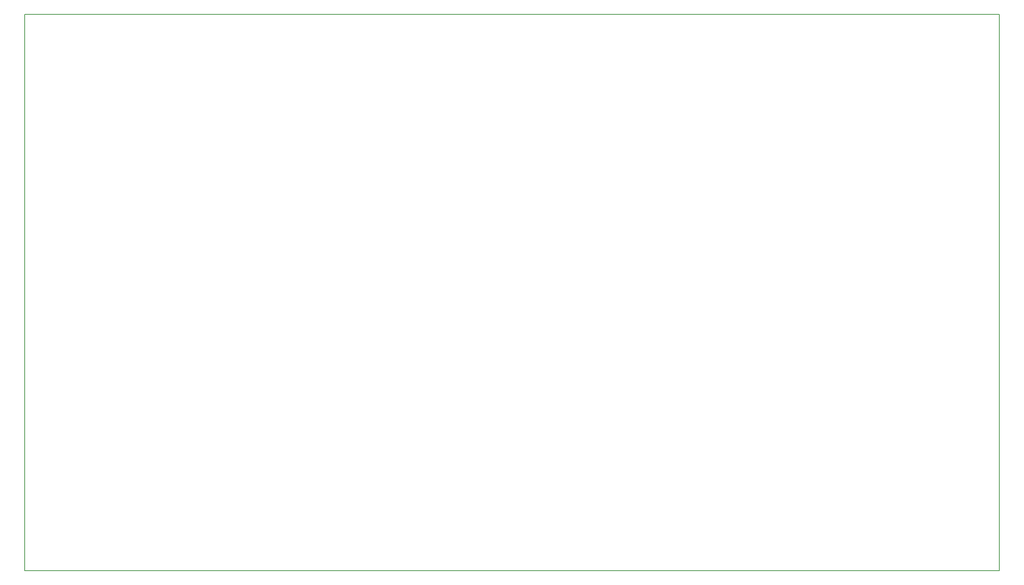
<source format=gko>
G04 DipTrace 2.4.0.2*
%IN112xAPA102Cx8x14.gko*%
%MOMM*%
%ADD11C,0.14*%
%FSLAX53Y53*%
G04*
G71*
G90*
G75*
G01*
%LNBoardOutline*%
%LPD*%
X10000Y138000D2*
D11*
X234000D1*
Y10000D1*
X10000D1*
Y138000D1*
M02*

</source>
